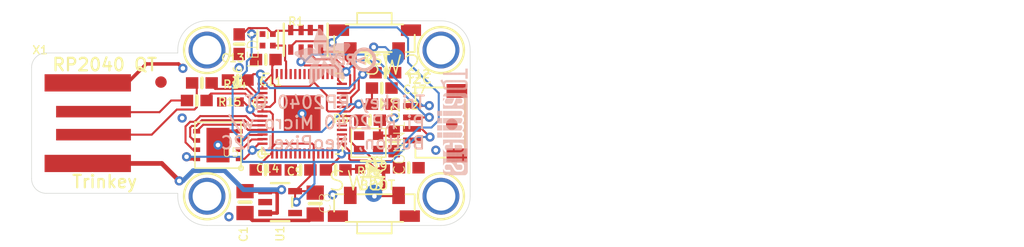
<source format=kicad_pcb>
(kicad_pcb (version 20211014) (generator pcbnew)
  (layers (0 "F.Cu" signal) (1 "In1.Cu" signal) (2 "In2.Cu" signal) (3 "In3.Cu" signal) (4 "In4.Cu" signal) (5 "In5.Cu" signal) (6 "In6.Cu" signal) (7 "In7.Cu" signal) (8 "In8.Cu" signal) (9 "In9.Cu" signal) (10 "In10.Cu" signal) (11 "In11.Cu" signal) (12 "In12.Cu" signal) (13 "In13.Cu" signal) (14 "In14.Cu" signal) (31 "B.Cu" signal) (34 "B.Paste" user) (35 "F.Paste" user) (36 "B.SilkS" user "B.Silkscreen") (37 "F.SilkS" user "F.Silkscreen") (38 "B.Mask" user) (39 "F.Mask" user) (44 "Edge.Cuts" user))
  (net 0 "")
  (net 1 "GND")
  (net 2 "D+")
  (net 3 "D-")
  (net 4 "~{RESET}")
  (net 5 "NEOPIX")
  (net 6 "+5V")
  (net 7 "+3V3")
  (net 8 "QSPI_DATA[0]")
  (net 9 "QSPI_DATA[1]")
  (net 10 "QSPI_SCK")
  (net 11 "QSPI_CS")
  (net 12 "QSPI_DATA[3]")
  (net 13 "QSPI_DATA[2]")
  (net 14 "1.2V")
  (net 15 "USB_D+")
  (net 16 "USB_D-")
  (net 17 "USBBOOT")
  (net 18 "N$5")
  (net 19 "N$6")
  (net 20 "N$7")
  (net 21 "SDA")
  (net 22 "SCL")
  (net 23 "N$1")
  (footprint "boardEagle:CRYSTAL_2.5X2" (layer "F.Cu") (at 158.7246 106.7181 180)
    (fp_text reference "Y1")
    (fp_text value "12MHZ")
  )
  (footprint "boardEagle:QFN56_7MM_REDUCEDEPAD" (layer "F.Cu") (at 152.9588 104.1908 90)
    (fp_text reference "IC2" hide)
    (fp_text value "RP2040_QFN56" hide)
  )
  (footprint "boardEagle:0603-NO" (layer "F.Cu") (at 155.8671 109.0676)
    (fp_text reference "R16")
    (fp_text value "1K")
  )
  (footprint "boardEagle:0603-NO" (layer "F.Cu") (at 162.2171 108.8771 180)
    (fp_text reference "C19")
    (fp_text value "22pF")
  )
  (footprint "boardEagle:0603-NO" (layer "F.Cu") (at 158.8516 104.7496 180)
    (fp_text reference "R6")
    (fp_text value "1K")
  )
  (footprint "boardEagle:RESPACK_4X0603" (layer "F.Cu") (at 153.2636 97.7646)
    (fp_text reference "R1")
    (fp_text value "10K")
  )
  (footprint "boardEagle:SOT23-5" (layer "F.Cu") (at 151.0411 111.8616 -90)
    (fp_text reference "U1")
    (fp_text value "AP2112K-3.3")
  )
  (footprint "boardEagle:0805-NO" (layer "F.Cu") (at 154.0891 111.9886 -90)
    (fp_text reference "C8")
    (fp_text value "10uF")
  )
  (footprint "boardEagle:0603-NO" (layer "F.Cu") (at 144.2466 101.5111)
    (fp_text reference "R14")
    (fp_text value "27")
  )
  (footprint "boardEagle:SPST_TACTILE_RA" (layer "F.Cu") (at 159.2326 97.8281 180)
    (fp_text reference "SW2")
    (fp_text value "" hide)
  )
  (footprint "boardEagle:MOUNTINGHOLE_2.5_PLATED" (layer "F.Cu") (at 165.0111 111.3536)
    (fp_text reference "U$4" hide)
    (fp_text value "MOUNTINGHOLE2.5" hide)
  )
  (footprint "boardEagle:_0603MP" (layer "F.Cu") (at 146.7231 103.1621)
    (fp_text reference "C7")
    (fp_text value "0.1uF")
  )
  (footprint "boardEagle:0603-NO" (layer "F.Cu") (at 159.8676 101.9556)
    (fp_text reference "C17")
    (fp_text value "0.1uF")
  )
  (footprint "boardEagle:MOUNTINGHOLE_2.5_PLATED" (layer "F.Cu") (at 144.6911 98.6536)
    (fp_text reference "U$1" hide)
    (fp_text value "MOUNTINGHOLE2.5" hide)
  )
  (footprint "boardEagle:SK6805_1515" (layer "F.Cu") (at 149.9616 97.7646 90)
    (fp_text reference "LED1")
    (fp_text value "WS2812B_SK6805_1515")
  )
  (footprint "boardEagle:0603-NO" (layer "F.Cu") (at 149.7711 109.0676)
    (fp_text reference "C9")
    (fp_text value "0.1uF")
  )
  (footprint "boardEagle:0603-NO" (layer "F.Cu") (at 159.8676 103.3526)
    (fp_text reference "C2")
    (fp_text value "1uF")
  )
  (footprint "boardEagle:0603-NO" (layer "F.Cu") (at 147.3581 101.2571)
    (fp_text reference "C11")
    (fp_text value "0.1uF")
  )
  (footprint "boardEagle:USBA_PCB" (layer "F.Cu") (at 134.5311 105.0036)
    (fp_text reference "X1")
    (fp_text value "")
  )
  (footprint "boardEagle:JST_SH4_SKINNY" (layer "F.Cu") (at 165.0111 105.0036 90)
    (fp_text reference "CONN1")
    (fp_text value "STEMMA_I2C_QTSKINNY" hide)
  )
  (footprint "boardEagle:0603-NO" (layer "F.Cu") (at 160.1851 100.6221)
    (fp_text reference "C12")
    (fp_text value "1uF")
  )
  (footprint "boardEagle:USON8_4X4" (layer "F.Cu") (at 145.6436 106.9086 180)
    (fp_text reference "U5")
    (fp_text value "8MB")
  )
  (footprint "boardEagle:0603-NO" (layer "F.Cu") (at 149.7965 99.4791 180)
    (fp_text reference "C13")
    (fp_text value "0.1uF")
  )
  (footprint "boardEagle:0603-NO" (layer "F.Cu") (at 160.9471 106.5911 90)
    (fp_text reference "C20")
    (fp_text value "22pF")
  )
  (footprint "boardEagle:MOUNTINGHOLE_2.5_PLATED" (layer "F.Cu") (at 144.6911 111.3536)
    (fp_text reference "U$2" hide)
    (fp_text value "MOUNTINGHOLE2.5" hide)
  )
  (footprint "boardEagle:0603-NO" (layer "F.Cu") (at 152.8191 109.0676 180)
    (fp_text reference "C14")
    (fp_text value "0.1uF")
  )
  (footprint "boardEagle:0805-NO" (layer "F.Cu") (at 147.9931 111.8616 -90)
    (fp_text reference "C1")
    (fp_text value "10uF")
  )
  (footprint "boardEagle:0603-NO" (layer "F.Cu") (at 143.8021 103.0351)
    (fp_text reference "R15")
    (fp_text value "27")
  )
  (footprint "boardEagle:0603-NO" (layer "F.Cu") (at 147.4851 98.1456 -90)
    (fp_text reference "C16")
    (fp_text value "0.1uF")
  )
  (footprint "boardEagle:SOD-323_MINI" (layer "F.Cu") (at 159.0675 108.9914 180)
    (fp_text reference "D2")
    (fp_text value "  NSR0320")
  )
  (footprint "boardEagle:SPST_TACTILE_RA" (layer "F.Cu") (at 159.2326 112.1791)
    (fp_text reference "SW3")
    (fp_text value "" hide)
  )
  (footprint "boardEagle:MOUNTINGHOLE_2.5_PLATED" (layer "F.Cu") (at 165.0111 98.6536)
    (fp_text reference "U$5" hide)
    (fp_text value "MOUNTINGHOLE2.5" hide)
  )
  (footprint "boardEagle:FIDUCIAL_1MM" (layer "F.Cu") (at 165.9509 105.1052 -90)
    (fp_text reference "U$6" hide)
    (fp_text value "FIDUCIAL_1MM" hide)
  )
  (footprint "boardEagle:FIDUCIAL_1MM" (layer "F.Cu") (at 140.6906 101.4349 90)
    (fp_text reference "U$8" hide)
    (fp_text value "FIDUCIAL_1MM" hide)
  )
  (footprint "boardEagle:TESTPOINT_ROUND_1.5MM_NO" (layer "B.Cu") (at 159.1691 111.0996 -90)
    (fp_text reference "TP4" hide)
    (fp_text value "" hide)
  )
  (footprint "boardEagle:STEMMAQT" (layer "B.Cu") (at 164.6936 109.5121 90)
    (fp_text reference "U$7" hide)
    (fp_text value "" hide)
  )
  (footprint "boardEagle:TESTPOINT_ROUND_1.5MM_NO" (layer "B.Cu") (at 161.0741 99.2886 -90)
    (fp_text reference "TP3" hide)
    (fp_text value "" hide)
  )
  (footprint "boardEagle:PCBFEAT-REV-040" (layer "B.Cu") (at 158.3436 99.4791 180)
    (fp_text reference "U$9" hide)
    (fp_text value "" hide)
  )
  (footprint "boardEagle:ADAFRUIT_5MM" (layer "B.Cu") (at 157.1371 101.6381 180)
    (fp_text reference "U$10" hide)
    (fp_text value "" hide)
  )
  (gr_arc (start 142.1511 98.6536) (mid 142.895049 96.857549) (end 144.6911 96.1136) (layer "Edge.Cuts") (width 0.05))
  (gr_arc (start 144.6911 113.8936) (mid 142.895049 113.149651) (end 142.1511 111.3536) (layer "Edge.Cuts") (width 0.05))
  (gr_arc (start 130.7211 111.0996) (mid 129.823074 110.727626) (end 129.4511 109.8296) (layer "Edge.Cuts") (width 0.05))
  (gr_line (start 142.1511 98.9076) (end 142.1511 98.6536) (layer "Edge.Cuts") (width 0.05))
  (gr_line (start 129.4511 109.8296) (end 129.4511 100.1776) (layer "Edge.Cuts") (width 0.05))
  (gr_line (start 142.1511 111.0996) (end 130.7211 111.0996) (layer "Edge.Cuts") (width 0.05))
  (gr_line (start 142.1511 111.3536) (end 142.1511 111.0996) (layer "Edge.Cuts") (width 0.05))
  (gr_line (start 144.6911 96.1136) (end 165.0111 96.1136) (layer "Edge.Cuts") (width 0.05))
  (gr_line (start 130.7211 98.9076) (end 142.1511 98.9076) (layer "Edge.Cuts") (width 0.05))
  (gr_line (start 167.5511 98.6536) (end 167.5511 111.3536) (layer "Edge.Cuts") (width 0.05))
  (gr_line (start 165.0111 113.8936) (end 144.6911 113.8936) (layer "Edge.Cuts") (width 0.05))
  (gr_arc (start 167.5511 111.3536) (mid 166.807151 113.149651) (end 165.0111 113.8936) (layer "Edge.Cuts") (width 0.05))
  (gr_arc (start 165.0111 96.1136) (mid 166.807151 96.857549) (end 167.5511 98.6536) (layer "Edge.Cuts") (width 0.05))
  (gr_arc (start 129.4511 100.1776) (mid 129.823074 99.279574) (end 130.7211 98.9076) (layer "Edge.Cuts") (width 0.05))
  (gr_text "Trinkey RP2040 QT\nPi RP2040 Micro w/\nButton, NeoPixel, I2C" (at 163.7411 107.3531) (layer "B.SilkS") (effects (font (size 1.0922 1.0922) (thickness 0.1778)) (justify left bottom mirror)))
  (gr_text "RP2040 QT" (at 135.8011 99.9236) (layer "F.SilkS") (effects (font (size 1.0795 1.0795) (thickness 0.1905))))
  (gr_text "" (at 215.4809 102.4128) (layer "F.SilkS") (effects (font (size 0.89408 0.89408) (thickness 0.12192))))
  (gr_text "I2C" (at 163.1696 101.1301) (layer "F.SilkS") (effects (font (size 0.8636 0.8636) (thickness 0.1524))))
  (gr_text "Trinkey" (at 135.8011 110.0836) (layer "F.SilkS") (effects (font (size 1.0795 1.0795) (thickness 0.1905))))
  (gr_text "RST" (at 159.4231 99.4918) (layer "F.SilkS") (effects (font (size 0.8636 0.8636) (thickness 0.1524))))
  (gr_text "BOOT" (at 159.4866 110.4011) (layer "F.SilkS") (effects (font (size 0.79883 0.79883) (thickness 0.14097))))
  (segment (start 142.5956 100.2411) (end 142.2146 99.8601) (width 0.3048) (layer "F.Cu") (net 1))
  (segment (start 146.0181 105.7086) (end 145.6436 106.0831) (width 0.3048) (layer "F.Cu") (net 1))
  (segment (start 137.7771 101.5036) (end 134.3311 101.5036) (width 0.3048) (layer "F.Cu") (net 1))
  (segment (start 153.5786 113.4491) (end 154.0891 112.9386) (width 0.3048) (layer "F.Cu") (net 1))
  (segment (start 148.6306 113.4491) (end 153.5786 113.4491) (width 0.3048) (layer "F.Cu") (net 1))
  (segment (start 145.6436 106.0831) (end 145.6436 106.9086) (width 0.3048) (layer "F.Cu") (net 1))
  (segment (start 142.2146 99.8601) (end 139.4206 99.8601) (width 0.3048) (layer "F.Cu") (net 1))
  (segment (start 139.4206 99.8601) (end 137.7771 101.5036) (width 0.3048) (layer "F.Cu") (net 1))
  (segment (start 147.9931 112.8116) (end 148.6306 113.4491) (width 0.3048) (layer "F.Cu") (net 1))
  (segment (start 147.4936 105.7086) (end 146.0181 105.7086) (width 0.3048) (layer "F.Cu") (net 1))
  (via (at 146.5961 113.1316) (size 0.8001) (drill 0.3937) (layers "F.Cu" "B.Cu") (net 1))
  (via (at 164.5666 107.3531) (size 0.8001) (drill 0.3937) (layers "F.Cu" "B.Cu") (net 1))
  (via (at 155.6131 111.2266) (size 0.8001) (drill 0.3937) (layers "F.Cu" "B.Cu") (net 1))
  (via (at 160.9471 104.5591) (size 0.8001) (drill 0.3937) (layers "F.Cu" "B.Cu") (net 1))
  (via (at 152.9461 104.1781) (size 0.8001) (drill 0.3937) (layers "F.Cu" "B.Cu") (net 1))
  (via (at 147.4851 100.1776) (size 0.8001) (drill 0.3937) (layers "F.Cu" "B.Cu") (net 1))
  (via (at 142.5321 104.5591) (size 0.8001) (drill 0.3937) (layers "F.Cu" "B.Cu") (net 1))
  (via (at 145.6436 106.9086) (size 0.8001) (drill 0.3937) (layers "F.Cu" "B.Cu") (net 1))
  (via (at 142.5956 100.2411) (size 0.8001) (drill 0.3937) (layers "F.Cu" "B.Cu") (net 1))
  (segment (start 144.6521 103.0351) (end 144.6521 102.8201) (width 0.1778) (layer "F.Cu") (net 2))
  (segment (start 148.7468 103.1908) (end 147.9848 102.4288) (width 0.1778) (layer "F.Cu") (net 2))
  (segment (start 149.5088 103.1908) (end 148.7468 103.1908) (width 0.1778) (layer "F.Cu") (net 2))
  (segment (start 145.0434 102.4288) (end 144.6521 102.8201) (width 0.1778) (layer "F.Cu") (net 2))
  (segment (start 147.9848 102.4288) (end 145.0434 102.4288) (width 0.1778) (layer "F.Cu") (net 2))
  (segment (start 149.5088 102.7908) (end 148.8738 102.7908) (width 0.1778) (layer "F.Cu") (net 3))
  (segment (start 145.395087 102.0288) (end 145.072 101.635694) (width 0.1778) (layer "F.Cu") (net 3))
  (segment (start 145.0966 101.5111) (end 145.072 101.635694) (width 0.1778) (layer "F.Cu") (net 3))
  (segment (start 148.8738 102.7908) (end 148.1118 102.0288) (width 0.1778) (layer "F.Cu") (net 3))
  (segment (start 148.1118 102.0288) (end 145.395087 102.0288) (width 0.1778) (layer "F.Cu") (net 3))
  (segment (start 157.5022 100.2832) (end 157.5022 101.9715) (width 0.1778) (layer "F.Cu") (net 4))
  (segment (start 154.7541 98.8051) (end 154.5636 98.6146) (width 0.1778) (layer "F.Cu") (net 4))
  (segment (start 157.1326 99.8501) (end 157.5022 100.2197) (width 0.1778) (layer "F.Cu") (net 4))
  (segment (start 156.0876 98.8051) (end 154.7541 98.8051) (width 0.1778) (layer "F.Cu") (net 4))
  (segment (start 157.0829 102.3908) (end 156.4088 102.3908) (width 0.1778) (layer "F.Cu") (net 4))
  (segment (start 157.1326 99.8501) (end 156.0876 98.8051) (width 0.1778) (layer "F.Cu") (net 4))
  (segment (start 158.8406 98.7281) (end 159.1691 98.3996) (width 0.1778) (layer "F.Cu") (net 4))
  (segment (start 157.1326 98.7281) (end 157.1326 99.8501) (width 0.1778) (layer "F.Cu") (net 4))
  (segment (start 157.5022 100.2197) (end 157.5022 100.2832) (width 0.1778) (layer "F.Cu") (net 4))
  (segment (start 157.5022 101.9715) (end 157.0829 102.3908) (width 0.1778) (layer "F.Cu") (net 4))
  (segment (start 157.1326 98.7281) (end 158.8406 98.7281) (width 0.1778) (layer "F.Cu") (net 4))
  (via (at 159.1691 98.3996) (size 0.8001) (drill 0.3937) (layers "F.Cu" "B.Cu") (net 4))
  (segment (start 160.1851 98.3996) (end 161.0741 99.2886) (width 0.1778) (layer "B.Cu") (net 4))
  (segment (start 159.1691 98.3996) (end 160.1851 98.3996) (width 0.1778) (layer "B.Cu") (net 4))
  (segment (start 151.4719 98.2646) (end 151.4719 99.5563) (width 0.1778) (layer "F.Cu") (net 5))
  (segment (start 151.5588 100.7408) (end 151.5588 99.6432) (width 0.1778) (layer "F.Cu") (net 5))
  (segment (start 151.5588 99.6432) (end 151.4719 99.5563) (width 0.1778) (layer "F.Cu") (net 5))
  (segment (start 150.4116 98.2646) (end 151.4719 98.2646) (width 0.1778) (layer "F.Cu") (net 5))
  (segment (start 134.3311 108.5036) (end 140.7616 108.5036) (width 0.4064) (layer "F.Cu") (net 6))
  (segment (start 151.03385 110.9116) (end 150.3426 110.9116) (width 0.4064) (layer "F.Cu") (net 6))
  (segment (start 149.741 112.8116) (end 150.7871 112.8116) (width 0.3048) (layer "F.Cu") (net 6))
  (segment (start 151.16335 110.7821) (end 151.03385 110.9116) (width 0.4064) (layer "F.Cu") (net 6))
  (segment (start 150.5991 110.9116) (end 150.3426 110.9116) (width 0.3048) (layer "F.Cu") (net 6))
  (segment (start 140.7616 108.5036) (end 142.2781 110.0201) (width 0.4064) (layer "F.Cu") (net 6))
  (segment (start 150.3426 110.9116) (end 149.741 110.9116) (width 0.3048) (layer "F.Cu") (net 6))
  (segment (start 150.7871 112.8116) (end 150.7871 111.0996) (width 0.3048) (layer "F.Cu") (net 6))
  (segment (start 149.741 110.9116) (end 147.9931 110.9116) (width 0.3048) (layer "F.Cu") (net 6))
  (segment (start 150.7871 111.0996) (end 150.5991 110.9116) (width 0.3048) (layer "F.Cu") (net 6))
  (via (at 151.16335 110.7821) (size 0.8001) (drill 0.3937) (layers "F.Cu" "B.Cu") (net 6))
  (via (at 142.2781 110.0201) (size 0.8001) (drill 0.3937) (layers "F.Cu" "B.Cu") (net 6))
  (segment (start 143.4813 109.1344) (end 142.5956 110.0201) (width 0.4064) (layer "B.Cu") (net 6))
  (segment (start 142.2781 110.0201) (end 142.5956 110.0201) (width 0.4064) (layer "B.Cu") (net 6))
  (segment (start 146.2184 109.1344) (end 147.8661 110.7821) (width 0.4064) (layer "B.Cu") (net 6))
  (segment (start 143.4813 109.1344) (end 146.2184 109.1344) (width 0.4064) (layer "B.Cu") (net 6))
  (segment (start 147.8661 110.7821) (end 151.16335 110.7821) (width 0.4064) (layer "B.Cu") (net 6))
  (segment (start 153.9621 110.9116) (end 154.0891 111.0386) (width 0.1778) (layer "F.Cu") (net 7))
  (segment (start 157.071912 103.9908) (end 157.710112 103.3526) (width 0.1778) (layer "F.Cu") (net 7))
  (segment (start 150.4116 97.25535) (end 150.4116 97.2646) (width 0.1778) (layer "F.Cu") (net 7))
  (segment (start 149.5088 103.5908) (end 150.1679 103.5908) (width 0.1778) (layer "F.Cu") (net 7))
  (segment (start 150.3588 107.6408) (end 150.3588 107.0829) (width 0.1778) (layer "F.Cu") (net 7))
  (segment (start 150.5966 101.765104) (end 150.596603 101.765104) (width 0.1778) (layer "F.Cu") (net 7))
  (segment (start 150.3588 107.0829) (end 150.6601 106.7816) (width 0.1778) (layer "F.Cu") (net 7))
  (segment (start 153.9621 101.4476) (end 153.9621 100.7375) (width 0.1778) (layer "F.Cu") (net 7))
  (segment (start 152.3412 110.9116) (end 152.3412 111.8616) (width 0.1778) (layer "F.Cu") (net 7))
  (segment (start 150.6601 106.7816) (end 153.8351 106.7816) (width 0.1778) (layer "F.Cu") (net 7))
  (segment (start 150.4061 104.241604) (end 150.4061 107.035596) (width 0.1778) (layer "F.Cu") (net 7))
  (segment (start 153.9621 107.6375) (end 153.9588 107.6408) (width 0.1778) (layer "F.Cu") (net 7))
  (segment (start 147.4851 97.2956) (end 147.757243 97.2956) (width 0.1778) (layer "F.Cu") (net 7))
  (segment (start 150.1679 103.5908) (end 150.5966 103.162097) (width 0.1778) (layer "F.Cu") (net 7))
  (segment (start 153.6691 109.0676) (end 153.6691 109.5837) (width 0.1778) (layer "F.Cu") (net 7))
  (segment (start 155.2321 103.9876) (end 155.1051 103.8606) (width 0.1778) (layer "F.Cu") (net 7))
  (segment (start 159.0176 101.9556) (end 159.0176 103.3526) (width 0.1778) (layer "F.Cu") (net 7))
  (segment (start 153.6636 96.9146) (end 154.5636 96.9146) (width 0.1778) (layer "F.Cu") (net 7))
  (segment (start 150.3588 100.0344) (end 150.6465 99.7467) (width 0.1778) (layer "F.Cu") (net 7))
  (segment (start 153.5811 101.8286) (end 153.9621 101.4476) (width 0.1778) (layer "F.Cu") (net 7))
  (segment (start 156.4088 103.9908) (end 157.071912 103.9908) (width 0.1778) (layer "F.Cu") (net 7))
  (segment (start 153.9621 100.7375) (end 153.9588 100.7408) (width 0.1778) (layer "F.Cu") (net 7))
  (segment (start 150.596603 101.765104) (end 150.6601 101.8286) (width 0.1778) (layer "F.Cu") (net 7))
  (segment (start 149.5088 101.9908) (end 149.5088 101.5908) (width 0.1778) (layer "F.Cu") (net 7))
  (segment (start 143.7936 108.1086) (end 143.0971 108.1086) (width 0.3048) (layer "F.Cu") (net 7))
  (segment (start 155.1051 103.8606) (end 155.1051 102.5906) (width 0.1778) (layer "F.Cu") (net 7))
  (segment (start 148.5646 96.8756) (end 148.5646 97.2566) (width 0.1778) (layer "F.Cu") (net 7))
  (segment (start 150.3588 100.7408) (end 150.3588 100.0344) (width 0.1778) (layer "F.Cu") (net 7))
  (segment (start 150.3588 107.6408) (end 150.2454 107.6408) (width 0.1778) (layer "F.Cu") (net 7))
  (segment (start 148.4376 96.7486) (end 148.5646 96.8756) (width 0.1778) (layer "F.Cu") (net 7))
  (segment (start 150.5966 103.162097) (end 150.5966 101.765104) (width 0.1778) (layer "F.Cu") (net 7))
  (segment (start 153.9588 107.6408) (end 153.9588 108.9743) (width 0.1778) (layer "F.Cu") (net 7))
  (segment (start 150.6465 99.7467) (end 150.6465 99.4791) (width 0.1778) (layer "F.Cu") (net 7))
  (segment (start 150.6981 96.9781) (end 151.9001 96.9781) (width 0.1778) (layer "F.Cu") (net 7))
  (segment (start 150.4116 97.2646) (end 150.6981 96.9781) (width 0.1778) (layer "F.Cu") (net 7))
  (segment (start 152.4381 111.8616) (end 152.3412 111.8616) (width 0.1778) (layer "F.Cu") (net 7))
  (segment (start 157.710112 103.3526) (end 157.86735 103.3526) (width 0.1778) (layer "F.Cu") (net 7))
  (segment (start 151.9001 96.9781) (end 151.9636 96.9146) (width 0.1778) (layer "F.Cu") (net 7))
  (segment (start 148.4376 96.7486) (end 149.90485 96.7486) (width 0.1778) (layer "F.Cu") (net 7))
  (segment (start 153.8655 109.0676) (end 153.6691 109.0676) (width 0.1778) (layer "F.Cu") (net 7))
  (segment (start 150.1553 103.9908) (end 150.4061 104.241604) (width 0.1778) (layer "F.Cu") (net 7))
  (segment (start 148.304243 96.7486) (end 147.757243 97.2956) (width 0.1778) (layer "F.Cu") (net 7))
  (segment (start 163.3521 105.5036) (end 164.0586 106.2101) (width 0.1778) (layer "F.Cu") (net 7))
  (segment (start 150.3588 100.7408) (end 150.3588 101.5273) (width 0.1778) (layer "F.Cu") (net 7))
  (segment (start 148.9211 109.0676) (end 148.9211 108.9651) (width 0.1778) (layer "F.Cu") (net 7))
  (segment (start 149.5088 103.9908) (end 149.5088 103.5908) (width 0.1778) (layer "F.Cu") (net 7))
  (segment (start 150.3588 101.5273) (end 150.596603 101.765104) (width 0.1778) (layer "F.Cu") (net 7))
  (segment (start 153.9588 108.9743) (end 153.8655 109.0676) (width 0.1778) (layer "F.Cu") (net 7))
  (segment (start 157.86735 103.3526) (end 159.0176 103.3526) (width 0.1778) (layer "F.Cu") (net 7))
  (segment (start 149.5088 103.9908) (end 150.1553 103.9908) (width 0.1778) (layer "F.Cu") (net 7))
  (segment (start 152.8636 96.9146) (end 153.6636 96.9146) (width 0.1778) (layer "F.Cu") (net 7))
  (segment (start 148.304243 96.7486) (end 148.4376 96.7486) (width 0.1778) (layer "F.Cu") (net 7))
  (segment (start 153.9621 106.9086) (end 153.9621 107.6375) (width 0.1778) (layer "F.Cu") (net 7))
  (segment (start 156.4088 103.9908) (end 156.4056 103.9876) (width 0.1778) (layer "F.Cu") (net 7))
  (segment (start 150.2454 107.6408) (end 148.9211 108.9651) (width 0.1778) (layer "F.Cu") (net 7))
  (segment (start 151.9636 96.9146) (end 152.8636 96.9146) (width 0.1778) (layer "F.Cu") (net 7))
  (segment (start 156.4056 103.9876) (end 155.2321 103.9876) (width 0.1778) (layer "F.Cu") (net 7))
  (segment (start 153.8351 106.7816) (end 153.9621 106.9086) (width 0.1778) (layer "F.Cu") (net 7))
  (segment (start 162.4971 105.5036) (end 163.3521 105.5036) (width 0.1778) (layer "F.Cu") (net 7))
  (segment (start 152.3412 110.9116) (end 153.9621 110.9116) (width 0.1778) (layer "F.Cu") (net 7))
  (segment (start 149.90485 96.7486) (end 150.4116 97.25535) (width 0.1778) (layer "F.Cu") (net 7))
  (segment (start 150.6601 101.8286) (end 153.5811 101.8286) (width 0.1778) (layer "F.Cu") (net 7))
  (segment (start 152.3412 110.9116) (end 153.6691 109.5837) (width 0.1778) (layer "F.Cu") (net 7))
  (segment (start 150.3588 100.7408) (end 149.5088 101.5908) (width 0.1778) (layer "F.Cu") (net 7))
  (segment (start 143.0971 108.1086) (end 142.9131 107.9246) (width 0.3048) (layer "F.Cu") (net 7))
  (segment (start 155.1051 102.5906) (end 153.9621 101.4476) (width 0.1778) (layer "F.Cu") (net 7))
  (via (at 157.86735 103.3526) (size 0.8001) (drill 0.3937) (layers "F.Cu" "B.Cu") (net 7))
  (via (at 142.9131 107.9246) (size 0.8001) (drill 0.3937) (layers "F.Cu" "B.Cu") (net 7))
  (via (at 152.4381 111.8616) (size 0.8001) (drill 0.3937) (layers "F.Cu" "B.Cu") (net 7))
  (via (at 148.5646 97.2566) (size 0.8001) (drill 0.3937) (layers "F.Cu" "B.Cu") (net 7))
  (via (at 164.0586 106.2101) (size 0.8001) (drill 0.3937) (layers "F.Cu" "B.Cu") (net 7))
  (segment (start 148.15185 99.63785) (end 148.15185 100.453782) (width 0.1778) (layer "B.Cu") (net 7))
  (segment (start 154.6606 105.7656) (end 148.4376 105.7656) (width 0.1778) (layer "B.Cu") (net 7))
  (segment (start 148.5646 97.2566) (end 148.5646 99.2251) (width 0.1778) (layer "B.Cu") (net 7))
  (segment (start 162.8521 106.2101) (end 160.6931 108.3691) (width 0.1778) (layer "B.Cu") (net 7))
  (segment (start 147.7391 107.9246) (end 147.7391 108.3691) (width 0.1778) (layer "B.Cu") (net 7))
  (segment (start 142.9131 107.9246) (end 147.7391 107.9246) (width 0.1778) (layer "B.Cu") (net 7))
  (segment (start 148.15185 100.453782) (end 146.9136 101.692032) (width 0.1778) (layer "B.Cu") (net 7))
  (segment (start 147.7391 106.4641) (end 147.7391 107.9246) (width 0.1778) (layer "B.Cu") (net 7))
  (segment (start 157.86735 103.3526) (end 157.0736 103.3526) (width 0.1778) (layer "B.Cu") (net 7))
  (segment (start 146.9136 101.692032) (end 146.9136 105.6386) (width 0.1778) (layer "B.Cu") (net 7))
  (segment (start 154.0256 108.3691) (end 147.7391 108.3691) (width 0.1778) (layer "B.Cu") (net 7))
  (segment (start 164.0586 106.2101) (end 162.8521 106.2101) (width 0.1778) (layer "B.Cu") (net 7))
  (segment (start 146.9136 105.6386) (end 147.7391 106.4641) (width 0.1778) (layer "B.Cu") (net 7))
  (segment (start 157.0736 103.3526) (end 154.6606 105.7656) (width 0.1778) (layer "B.Cu") (net 7))
  (segment (start 154.0256 108.3691) (end 154.0256 110.2741) (width 0.1778) (layer "B.Cu") (net 7))
  (segment (start 154.0256 110.2741) (end 152.4381 111.8616) (width 0.1778) (layer "B.Cu") (net 7))
  (segment (start 148.5646 99.2251) (end 148.15185 99.63785) (width 0.1778) (layer "B.Cu") (net 7))
  (segment (start 148.4376 105.7656) (end 147.7391 106.4641) (width 0.1778) (layer "B.Cu") (net 7))
  (segment (start 160.6931 108.3691) (end 154.0256 108.3691) (width 0.1778) (layer "B.Cu") (net 7))
  (segment (start 147.804068 105.1419) (end 144.3603 105.1419) (width 0.1778) (layer "F.Cu") (net 8))
  (segment (start 148.252968 105.5908) (end 147.804068 105.1419) (width 0.1778) (layer "F.Cu") (net 8))
  (segment (start 144.3603 105.1419) (end 143.7936 105.7086) (width 0.1778) (layer "F.Cu") (net 8))
  (segment (start 149.5088 105.5908) (end 148.252968 105.5908) (width 0.1778) (layer "F.Cu") (net 8))
  (segment (start 149.5088 106.3908) (end 149.4755 106.4241) (width 0.1778) (layer "F.Cu") (net 9))
  (segment (start 149.4755 106.4241) (end 148.579831 106.4241) (width 0.1778) (layer "F.Cu") (net 9))
  (segment (start 147.4936 107.3086) (end 147.695331 107.3086) (width 0.1778) (layer "F.Cu") (net 9))
  (segment (start 148.579831 106.4241) (end 147.695331 107.3086) (width 0.1778) (layer "F.Cu") (net 9))
  (segment (start 148.3759 105.1908) (end 147.9347 104.7496) (width 0.1778) (layer "F.Cu") (net 10))
  (segment (start 147.9347 104.7496) (end 144.2466 104.7496) (width 0.1778) (layer "F.Cu") (net 10))
  (segment (start 143.7543 105.2419) (end 143.383131 105.2419) (width 0.1778) (layer "F.Cu") (net 10))
  (segment (start 149.5088 105.1908) (end 148.3759 105.1908) (width 0.1778) (layer "F.Cu") (net 10))
  (segment (start 143.7936 106.5086) (end 143.5481 106.5086) (width 0.1778) (layer "F.Cu") (net 10))
  (segment (start 144.2466 104.7496) (end 143.7543 105.2419) (width 0.1778) (layer "F.Cu") (net 10))
  (segment (start 143.2269 106.1874) (end 143.5481 106.5086) (width 0.1778) (layer "F.Cu") (net 10))
  (segment (start 143.383131 105.2419) (end 143.2269 105.398131) (width 0.1778) (layer "F.Cu") (net 10))
  (segment (start 143.2269 105.398131) (end 143.2269 106.1874) (width 0.1778) (layer "F.Cu") (net 10))
  (segment (start 147.4936 108.1086) (end 147.9381 108.1086) (width 0.1778) (layer "F.Cu") (net 11))
  (segment (start 155.4226 97.8916) (end 155.5496 98.0186) (width 0.1778) (layer "F.Cu") (net 11))
  (segment (start 148.6281 107.4186) (end 147.9381 108.1086) (width 0.1778) (layer "F.Cu") (net 11))
  (segment (start 155.105084 109.067612) (end 156.3751 107.7976) (width 0.1778) (layer "F.Cu") (net 11))
  (segment (start 151.9636 98.3606) (end 152.4326 97.8916) (width 0.1778) (layer "F.Cu") (net 11))
  (segment (start 156.3751 107.6706) (end 156.3751 107.7976) (width 0.1778) (layer "F.Cu") (net 11))
  (segment (start 155.105071 109.0676) (end 155.105084 109.067612) (width 0.1778) (layer "F.Cu") (net 11))
  (segment (start 149.5088 106.7908) (end 149.1904 106.7908) (width 0.1778) (layer "F.Cu") (net 11))
  (segment (start 149.1904 106.7908) (end 148.6281 107.3531) (width 0.1778) (layer "F.Cu") (net 11))
  (segment (start 155.0171 109.0676) (end 155.105071 109.0676) (width 0.1778) (layer "F.Cu") (net 11))
  (segment (start 148.6281 107.3531) (end 148.6281 107.4186) (width 0.1778) (layer "F.Cu") (net 11))
  (segment (start 151.9636 98.3606) (end 151.9636 98.6146) (width 0.1778) (layer "F.Cu") (net 11))
  (segment (start 152.4326 97.8916) (end 155.4226 97.8916) (width 0.1778) (layer "F.Cu") (net 11))
  (via (at 156.3751 107.6706) (size 0.8001) (drill 0.3937) (layers "F.Cu" "B.Cu") (net 11))
  (via (at 155.5496 98.0186) (size 0.8001) (drill 0.3937) (layers "F.Cu" "B.Cu") (net 11))
  (via (at 148.6281 107.3531) (size 0.8001) (drill 0.3937) (layers "F.Cu" "B.Cu") (net 11))
  (segment (start 162.1536 97.6376) (end 162.1536 99.7331) (width 0.1778) (layer "B.Cu") (net 11))
  (segment (start 162.1536 99.7331) (end 164.8206 102.4001) (width 0.1778) (layer "B.Cu") (net 11))
  (segment (start 164.8206 102.4001) (end 164.8206 104.7496) (width 0.1778) (layer "B.Cu") (net 11))
  (segment (start 164.1856 105.3846) (end 164.8206 104.7496) (width 0.1778) (layer "B.Cu") (net 11))
  (segment (start 163.1061 105.3846) (end 164.1856 105.3846) (width 0.1778) (layer "B.Cu") (net 11))
  (segment (start 156.3751 107.6706) (end 156.0576 107.3531) (width 0.1778) (layer "B.Cu") (net 11))
  (segment (start 156.3751 107.6706) (end 156.4386 107.6071) (width 0.1778) (layer "B.Cu") (net 11))
  (segment (start 160.8836 107.6071) (end 163.1061 105.3846) (width 0.1778) (layer "B.Cu") (net 11))
  (segment (start 156.0576 107.3531) (end 148.6281 107.3531) (width 0.1778) (layer "B.Cu") (net 11))
  (segment (start 156.8831 96.6851) (end 161.2011 96.6851) (width 0.1778) (layer "B.Cu") (net 11))
  (segment (start 156.4386 107.6071) (end 160.8836 107.6071) (width 0.1778) (layer "B.Cu") (net 11))
  (segment (start 155.5496 98.0186) (end 156.8831 96.6851) (width 0.1778) (layer "B.Cu") (net 11))
  (segment (start 161.2011 96.6851) (end 162.1536 97.6376) (width 0.1778) (layer "B.Cu") (net 11))
  (segment (start 143.607 104.8863) (end 144.0993 104.394) (width 0.1778) (layer "F.Cu") (net 12))
  (segment (start 142.824065 106.670234) (end 142.824065 105.288228) (width 0.1778) (layer "F.Cu") (net 12))
  (segment (start 148.082 104.394) (end 148.4727 104.7847) (width 0.1778) (layer "F.Cu") (net 12))
  (segment (start 143.7936 107.3086) (end 143.462431 107.3086) (width 0.1778) (layer "F.Cu") (net 12))
  (segment (start 142.824065 105.288228) (end 143.225993 104.8863) (width 0.1778) (layer "F.Cu") (net 12))
  (segment (start 149.5088 104.7908) (end 149.5027 104.7847) (width 0.1778) (layer "F.Cu") (net 12))
  (segment (start 143.462431 107.3086) (end 142.824065 106.670234) (width 0.1778) (layer "F.Cu") (net 12))
  (segment (start 144.0993 104.394) (end 148.082 104.394) (width 0.1778) (layer "F.Cu") (net 12))
  (segment (start 149.5027 104.7847) (end 148.4727 104.7847) (width 0.1778) (layer "F.Cu") (net 12))
  (segment (start 143.225993 104.8863) (end 143.607 104.8863) (width 0.1778) (layer "F.Cu") (net 12))
  (segment (start 148.349931 106.0241) (end 149.4755 106.0241) (width 0.1778) (layer "F.Cu") (net 13))
  (segment (start 149.5088 105.9908) (end 149.4755 106.0241) (width 0.1778) (layer "F.Cu") (net 13))
  (segment (start 147.865431 106.5086) (end 147.4936 106.5086) (width 0.1778) (layer "F.Cu") (net 13))
  (segment (start 148.349931 106.0241) (end 147.865431 106.5086) (width 0.1778) (layer "F.Cu") (net 13))
  (segment (start 148.4376 103.7971) (end 148.4376 103.725091) (width 0.1778) (layer "F.Cu") (net 14))
  (segment (start 148.890606 104.3686) (end 148.4376 103.915594) (width 0.1778) (layer "F.Cu") (net 14))
  (segment (start 158.3191 100.6221) (end 159.3351 100.6221) (width 0.1778) (layer "F.Cu") (net 14))
  (segment (start 147.4851 103.1621) (end 147.874609 103.1621) (width 0.1778) (layer "F.Cu") (net 14))
  (segment (start 149.0008 102.3908) (end 149.5088 102.3908) (width 0.1778) (layer "F.Cu") (net 14))
  (segment (start 149.3266 100.7491) (end 148.7161 100.7491) (width 0.1778) (layer "F.Cu") (net 14))
  (segment (start 156.4088 103.5908) (end 156.969012 103.5908) (width 0.1778) (layer "F.Cu") (net 14))
  (segment (start 149.4866 104.3686) (end 148.890606 104.3686) (width 0.1778) (layer "F.Cu") (net 14))
  (segment (start 148.995 102.3966) (end 148.2081 101.6097) (width 0.1778) (layer "F.Cu") (net 14))
  (segment (start 158.3191 100.6221) (end 157.8746 101.0666) (width 0.1778) (layer "F.Cu") (net 14))
  (segment (start 148.4376 103.915594) (end 148.4376 103.7971) (width 0.1778) (layer "F.Cu") (net 14))
  (segment (start 159.3351 100.6221) (end 158.36265 100.6221) (width 0.1778) (layer "F.Cu") (net 14))
  (segment (start 149.0008 102.3908) (end 148.995 102.3966) (width 0.1778) (layer "F.Cu") (net 14))
  (segment (start 157.8746 101.0666) (end 157.8746 102.1071) (width 0.1778) (layer "F.Cu") (net 14))
  (segment (start 157.2006 103.359213) (end 157.2006 102.7811) (width 0.1778) (layer "F.Cu") (net 14))
  (segment (start 149.4866 104.3686) (end 149.5088 104.3908) (width 0.1778) (layer "F.Cu") (net 14))
  (segment (start 157.2006 102.7811) (end 157.8746 102.1071) (width 0.1778) (layer "F.Cu") (net 14))
  (segment (start 158.36265 100.6221) (end 158.2166 100.76815) (width 0.1778) (layer "F.Cu") (net 14))
  (segment (start 148.2081 101.2571) (end 148.2081 101.6097) (width 0.1778) (layer "F.Cu") (net 14))
  (segment (start 148.7161 100.7491) (end 148.2081 101.2571) (width 0.1778) (layer "F.Cu") (net 14))
  (segment (start 156.969012 103.5908) (end 157.2006 103.359213) (width 0.1778) (layer "F.Cu") (net 14))
  (segment (start 148.4376 103.725091) (end 147.874609 103.1621) (width 0.1778) (layer "F.Cu") (net 14))
  (via (at 148.4376 103.7971) (size 0.8001) (drill 0.3937) (layers "F.Cu" "B.Cu") (net 14))
  (via (at 149.3266 100.7491) (size 0.8001) (drill 0.3937) (layers "F.Cu" "B.Cu") (net 14))
  (via (at 158.2166 100.76815) (size 0.8001) (drill 0.3937) (layers "F.Cu" "B.Cu") (net 14))
  (segment (start 150.1521 101.9556) (end 149.1996 101.0031) (width 0.1778) (layer "B.Cu") (net 14))
  (segment (start 149.1996 100.6221) (end 149.3266 100.7491) (width 0.1778) (layer "B.Cu") (net 14))
  (segment (start 158.2166 100.76815) (end 157.02915 101.9556) (width 0.1778) (layer "B.Cu") (net 14))
  (segment (start 148.4376 103.7971) (end 148.4376 103.0351) (width 0.1778) (layer "B.Cu") (net 14))
  (segment (start 149.1996 102.2731) (end 149.1996 101.0031) (width 0.1778) (layer "B.Cu") (net 14))
  (segment (start 149.1996 101.0031) (end 149.1996 100.6221) (width 0.1778) (layer "B.Cu") (net 14))
  (segment (start 149.1996 102.2731) (end 148.4376 103.0351) (width 0.1778) (layer "B.Cu") (net 14))
  (segment (start 157.02915 101.9556) (end 150.1521 101.9556) (width 0.1778) (layer "B.Cu") (net 14))
  (segment (start 141.5796 103.0351) (end 140.5636 104.0511) (width 0.1778) (layer "F.Cu") (net 15))
  (segment (start 134.8471 103.9876) (end 134.8311 104.0036) (width 0.1778) (layer "F.Cu") (net 15))
  (segment (start 140.5636 104.0511) (end 136.4996 104.0511) (width 0.1778) (layer "F.Cu") (net 15))
  (segment (start 136.4996 104.0511) (end 136.4361 103.9876) (width 0.1778) (layer "F.Cu") (net 15))
  (segment (start 136.4361 103.9876) (end 134.8471 103.9876) (width 0.1778) (layer "F.Cu") (net 15))
  (segment (start 142.9521 103.0351) (end 141.5796 103.0351) (width 0.1778) (layer "F.Cu") (net 15))
  (segment (start 134.8311 106.0036) (end 139.8862 106.0036) (width 0.1778) (layer "F.Cu") (net 16))
  (segment (start 143.597831 103.821063) (end 142.068738 103.821063) (width 0.1778) (layer "F.Cu") (net 16))
  (segment (start 143.3966 101.5111) (end 143.8021 101.9166) (width 0.1778) (layer "F.Cu") (net 16))
  (segment (start 139.8862 106.0036) (end 142.068738 103.821063) (width 0.1778) (layer "F.Cu") (net 16))
  (segment (start 143.8021 101.9166) (end 143.8021 103.616794) (width 0.1778) (layer "F.Cu") (net 16))
  (segment (start 143.8021 103.616794) (end 143.597831 103.821063) (width 0.1778) (layer "F.Cu") (net 16))
  (segment (start 159.3071 111.2791) (end 159.2326 111.3536) (width 0.3048) (layer "F.Cu") (net 17))
  (segment (start 159.2326 111.3536) (end 160.0247 110.5615) (width 0.3048) (layer "F.Cu") (net 17))
  (segment (start 160.1375 108.9914) (end 160.0247 109.1042) (width 0.1778) (layer "F.Cu") (net 17))
  (segment (start 157.179268 108.2421) (end 158.5782 108.2421) (width 0.1778) (layer "F.Cu") (net 17))
  (segment (start 159.2513 108.9152) (end 160.0613 108.9152) (width 0.1778) (layer "F.Cu") (net 17))
  (segment (start 157.04185 107.394418) (end 157.04185 108.104681) (width 0.1778) (layer "F.Cu") (net 17))
  (segment (start 156.651281 107.00385) (end 157.04185 107.394418) (width 0.1778) (layer "F.Cu") (net 17))
  (segment (start 157.04185 108.104681) (end 157.179268 108.2421) (width 0.1778) (layer "F.Cu") (net 17))
  (segment (start 156.4088 106.7908) (end 156.62185 107.00385) (width 0.1778) (layer "F.Cu") (net 17))
  (segment (start 160.0613 108.9152) (end 160.1375 108.9914) (width 0.1778) (layer "F.Cu") (net 17))
  (segment (start 161.3326 111.2791) (end 159.3071 111.2791) (width 0.3048) (layer "F.Cu") (net 17))
  (segment (start 156.62185 107.00385) (end 156.651281 107.00385) (width 0.1778) (layer "F.Cu") (net 17))
  (segment (start 158.5782 108.2421) (end 159.2513 108.9152) (width 0.1778) (layer "F.Cu") (net 17))
  (segment (start 160.0247 109.1042) (end 160.0247 110.5615) (width 0.3048) (layer "F.Cu") (net 17))
  (via (at 159.2326 111.3536) (size 0.8001) (drill 0.3937) (layers "F.Cu" "B.Cu") (net 17))
  (segment (start 159.2326 111.1631) (end 159.2326 111.3536) (width 0.1778) (layer "B.Cu") (net 17))
  (segment (start 159.1691 111.0996) (end 159.2326 111.1631) (width 0.1778) (layer "B.Cu") (net 17))
  (segment (start 157.8996 107.3431) (end 158.3091 107.3431) (width 0.1778) (layer "F.Cu") (net 18))
  (segment (start 157.1466 106.5901) (end 157.8996 107.3431) (width 0.1778) (layer "F.Cu") (net 18))
  (segment (start 156.4088 104.7908) (end 157.1466 104.7908) (width 0.1778) (layer "F.Cu") (net 18))
  (segment (start 160.7956 108.3056) (end 161.3671 108.8771) (width 0.1778) (layer "F.Cu") (net 18))
  (segment (start 157.1466 104.7908) (end 157.1466 106.5901) (width 0.1778) (layer "F.Cu") (net 18))
  (segment (start 159.2716 108.3056) (end 158.3091 107.3431) (width 0.1778) (layer "F.Cu") (net 18))
  (segment (start 160.7956 108.3056) (end 159.2716 108.3056) (width 0.1778) (layer "F.Cu") (net 18))
  (segment (start 159.7016 104.7496) (end 159.7016 105.9411) (width 0.1778) (layer "F.Cu") (net 19))
  (segment (start 159.5496 106.0931) (end 160.5951 106.0931) (width 0.1778) (layer "F.Cu") (net 19))
  (segment (start 159.7016 105.9411) (end 159.5496 106.0931) (width 0.1778) (layer "F.Cu") (net 19))
  (segment (start 160.5951 106.0931) (end 160.9471 105.7411) (width 0.1778) (layer "F.Cu") (net 19))
  (segment (start 157.6428 104.3908) (end 158.0016 104.7496) (width 0.1778) (layer "F.Cu") (net 20))
  (segment (start 156.4088 104.3908) (end 157.6428 104.3908) (width 0.1778) (layer "F.Cu") (net 20))
  (segment (start 156.4088 101.9908) (end 156.98 101.9908) (width 0.1778) (layer "F.Cu") (net 21))
  (segment (start 156.7656 100.3427) (end 155.8766 99.4537) (width 0.1778) (layer "F.Cu") (net 21))
  (segment (start 163.9871 104.5036) (end 163.9951 104.4956) (width 0.1778) (layer "F.Cu") (net 21))
  (segment (start 155.8766 99.4537) (end 154.1217 99.4537) (width 0.1778) (layer "F.Cu") (net 21))
  (segment (start 153.6636 98.6146) (end 153.6636 98.9956) (width 0.1778) (layer "F.Cu") (net 21))
  (segment (start 157.1212 100.8253) (end 156.8291 100.5332) (width 0.1778) (layer "F.Cu") (net 21))
  (segment (start 154.1217 99.4537) (end 153.6636 98.9956) (width 0.1778) (layer "F.Cu") (net 21))
  (segment (start 156.8291 100.5332) (end 156.7656 100.5332) (width 0.1778) (layer "F.Cu") (net 21))
  (segment (start 157.1212 101.8496) (end 156.98 101.9908) (width 0.1778) (layer "F.Cu") (net 21))
  (segment (start 162.4971 104.5036) (end 163.9871 104.5036) (width 0.1778) (layer "F.Cu") (net 21))
  (segment (start 156.7656 100.5332) (end 156.7656 100.3427) (width 0.1778) (layer "F.Cu") (net 21))
  (segment (start 157.1212 100.8253) (end 157.1212 101.8496) (width 0.1778) (layer "F.Cu") (net 21))
  (via (at 156.7656 100.5332) (size 0.8001) (drill 0.3937) (layers "F.Cu" "B.Cu") (net 21))
  (via (at 163.9951 104.4956) (size 0.8001) (drill 0.3937) (layers "F.Cu" "B.Cu") (net 21))
  (segment (start 157.7689 99.5299) (end 158.8389 99.5299) (width 0.1778) (layer "B.Cu") (net 21))
  (segment (start 158.8389 99.5299) (end 163.8046 104.4956) (width 0.1778) (layer "B.Cu") (net 21))
  (segment (start 156.7656 100.5332) (end 157.7689 99.5299) (width 0.1778) (layer "B.Cu") (net 21))
  (segment (start 163.8046 104.4956) (end 163.9951 104.4956) (width 0.1778) (layer "B.Cu") (net 21))
  (segment (start 163.9711 103.5036) (end 162.4971 103.5036) (width 0.1778) (layer "F.Cu") (net 22))
  (segment (start 152.8528 99.6696) (end 152.8528 98.8578) (width 0.1778) (layer "F.Cu") (net 22))
  (segment (start 163.9951 103.4796) (end 163.9711 103.5036) (width 0.1778) (layer "F.Cu") (net 22))
  (segment (start 156.0786 100.2919) (end 155.7738 99.9871) (width 0.1778) (layer "F.Cu") (net 22))
  (segment (start 152.8636 98.8686) (end 152.8528 98.8578) (width 0.1778) (layer "F.Cu") (net 22))
  (segment (start 155.7738 99.9871) (end 153.1703 99.9871) (width 0.1778) (layer "F.Cu") (net 22))
  (segment (start 152.8636 98.6146) (end 152.8636 98.8686) (width 0.1778) (layer "F.Cu") (net 22))
  (segment (start 156.4088 101.5908) (end 156.0786 101.2606) (width 0.1778) (layer "F.Cu") (net 22))
  (segment (start 156.0786 100.2919) (end 156.0786 101.2606) (width 0.1778) (layer "F.Cu") (net 22))
  (segment (start 152.8528 99.6696) (end 153.1703 99.9871) (width 0.1778) (layer "F.Cu") (net 22))
  (via (at 163.9951 103.4796) (size 0.8001) (drill 0.3937) (layers "F.Cu" "B.Cu") (net 22))
  (via (at 152.8528 99.6696) (size 0.8001) (drill 0.3937) (layers "F.Cu" "B.Cu") (net 22))
  (segment (start 152.8528 99.6696) (end 153.1703 99.6696) (width 0.1778) (layer "B.Cu") (net 22))
  (segment (start 158.9862 99.0473) (end 153.7926 99.0473) (width 0.1778) (layer "B.Cu") (net 22))
  (segment (start 153.7926 99.0473) (end 153.1703 99.6696) (width 0.1778) (layer "B.Cu") (net 22))
  (segment (start 158.9862 99.0473) (end 163.4185 103.4796) (width 0.1778) (layer "B.Cu") (net 22))
  (segment (start 163.4185 103.4796) (end 163.9951 103.4796) (width 0.1778) (layer "B.Cu") (net 22))
  (segment (start 156.7933 108.9914) (end 157.9975 108.9914) (width 0.1778) (layer "F.Cu") (net 23))
  (segment (start 156.7171 109.0676) (end 156.7933 108.9914) (width 0.1778) (layer "F.Cu") (net 23))
)
</source>
